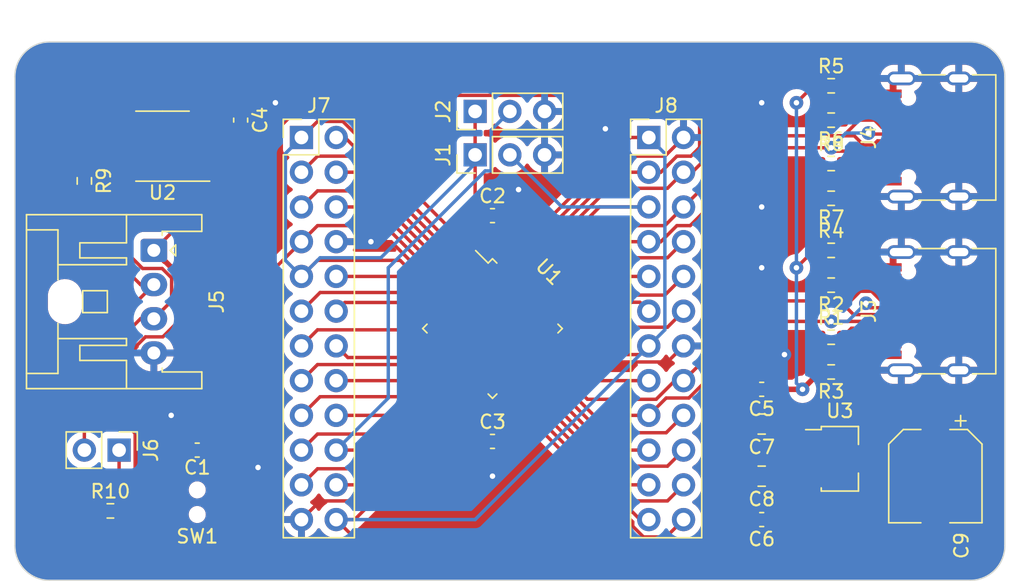
<source format=kicad_pcb>
(kicad_pcb (version 20221018) (generator pcbnew)
  (layers (0 "F.Cu" signal) (31 "B.Cu" signal) (34 "B.Paste" user) (35 "F.Paste" user) (36 "B.SilkS" user "B.Silkscreen") (37 "F.SilkS" user "F.Silkscreen") (38 "B.Mask" user) (39 "F.Mask" user) (44 "Edge.Cuts" user))
  (net 0 "")
  (net 1 "GND")
  (net 2 "+3.3V")
  (net 3 "+5V")
  (net 4 "/BOOT0")
  (net 5 "/PB2{slash}BOOT1")
  (net 6 "Net-(J3-CC1)")
  (net 7 "/USB1DP")
  (net 8 "/USB1DM")
  (net 10 "Net-(J3-CC2)")
  (net 12 "Net-(J4-CC1)")
  (net 13 "/USB2DP")
  (net 14 "/USB2DM")
  (net 16 "Net-(J4-CC2)")
  (net 18 "/CAN1H")
  (net 19 "Net-(J6-Pin_1)")
  (net 20 "/CAN1L")
  (net 21 "Net-(U2-Rs)")
  (net 22 "/OSC32IN")
  (net 23 "/OSC32OUT")
  (net 24 "/OSCIN")
  (net 25 "/OSCOUT")
  (net 26 "/SWDIO")
  (net 27 "/SWCLK")
  (net 28 "/CAN1RX")
  (net 29 "/CAN1TX")
  (net 31 "/NRST")
  (net 32 "/PC13")
  (net 33 "/PA0")
  (net 34 "/PA1")
  (net 35 "/PA2")
  (net 36 "/PA3")
  (net 37 "/PA4")
  (net 38 "/PA5")
  (net 39 "/PA6")
  (net 40 "/PA7")
  (net 41 "/PB0")
  (net 42 "/PB1")
  (net 43 "/PB10")
  (net 44 "/PB11")
  (net 45 "/PB12")
  (net 46 "/PB13")
  (net 47 "/PB14")
  (net 48 "/PB15")
  (net 49 "/PA8")
  (net 50 "/PA9")
  (net 51 "/PA10")
  (net 52 "/PA15")
  (net 53 "/PB3")
  (net 54 "/PB4")
  (net 55 "/PB5")
  (footprint "Connector_PinHeader_2.54mm:PinHeader_2x12_P2.54mm_Vertical" (layer "F.Cu") (at 128.905 88.265)
    (fp_text reference "J8")
    (fp_text value "Conn_01x24_Pin")
  )
  (footprint "Connector_JST:JST_XA_S04B-XASK-1_1x04_P2.50mm_Horizontal" (layer "F.Cu") (at 92.71 96.52 -90)
    (fp_text reference "J5")
    (fp_text value "Conn_01x04_Socket")
  )
  (footprint "Resistor_SMD:R_0603_1608Metric" (layer "F.Cu") (at 142.24 105.41 180)
    (fp_text reference "R3")
    (fp_text value "R")
  )
  (footprint "Capacitor_SMD:C_0603_1608Metric" (layer "F.Cu") (at 137.16 116.205 180)
    (fp_text reference "C6")
    (fp_text value "C")
  )
  (footprint "Capacitor_SMD:CP_Elec_6.3x7.7" (layer "F.Cu") (at 149.86 113.03 -90)
    (fp_text reference "C9")
    (fp_text value "C_Polarized")
  )
  (footprint "Package_TO_SOT_SMD:SOT-89-3" (layer "F.Cu") (at 142.875 111.76)
    (fp_text reference "U3")
    (fp_text value "MCP1703Ax-330xxMB")
  )
  (footprint "Resistor_SMD:R_0603_1608Metric" (layer "F.Cu") (at 142.24 84.485)
    (fp_text reference "R5")
    (fp_text value "R")
  )
  (footprint "Resistor_SMD:R_0603_1608Metric" (layer "F.Cu") (at 142.24 90.17)
    (fp_text reference "R8")
    (fp_text value "R")
  )
  (footprint "Capacitor_SMD:C_0603_1608Metric" (layer "F.Cu") (at 117.475 110.49)
    (fp_text reference "C3")
    (fp_text value "C")
  )
  (footprint "Capacitor_SMD:C_0603_1608Metric" (layer "F.Cu") (at 95.885 111.125)
    (fp_text reference "C1")
    (fp_text value "C")
  )
  (footprint "Capacitor_SMD:C_0603_1608Metric" (layer "F.Cu") (at 117.475 93.98)
    (fp_text reference "C2")
    (fp_text value "C")
  )
  (footprint "Capacitor_SMD:C_0603_1608Metric" (layer "F.Cu") (at 137.16 106.68 180)
    (fp_text reference "C5")
    (fp_text value "C")
  )
  (footprint "Connector_PinHeader_2.54mm:PinHeader_1x03_P2.54mm_Vertical" (layer "F.Cu") (at 116.205 89.535 90)
    (fp_text reference "J1")
    (fp_text value "Conn_01x03_Pin")
  )
  (footprint "Capacitor_SMD:C_0805_2012Metric" (layer "F.Cu") (at 137.16 113.03 180)
    (fp_text reference "C8")
    (fp_text value "C")
  )
  (footprint "Package_QFP:LQFP-48_7x7mm_P0.5mm" (layer "F.Cu") (at 117.475 102.235 -45)
    (fp_text reference "U1")
    (fp_text value "CH32V203C8Tx")
  )
  (footprint "Button_Switch_additional:TVAF06-A020B-R" (layer "F.Cu") (at 95.885 114.935 -90)
    (fp_text reference "SW1")
    (fp_text value "SW_Push")
  )
  (footprint "Package_SO:SOIC-8_3.9x4.9mm_P1.27mm" (layer "F.Cu") (at 93.345 88.9 180)
    (fp_text reference "U2")
    (fp_text value "MCP2551-I-SN")
  )
  (footprint "Resistor_SMD:R_0603_1608Metric" (layer "F.Cu") (at 87.63 91.44 -90)
    (fp_text reference "R9")
    (fp_text value "R")
  )
  (footprint "Resistor_SMD:R_0603_1608Metric" (layer "F.Cu") (at 142.24 96.52)
    (fp_text reference "R4")
    (fp_text value "R")
  )
  (footprint "Capacitor_SMD:C_0805_2012Metric" (layer "F.Cu") (at 137.16 109.22 180)
    (fp_text reference "C7")
    (fp_text value "C")
  )
  (footprint "Connector_PinHeader_2.54mm:PinHeader_1x02_P2.54mm_Vertical" (layer "F.Cu") (at 90.17 111.125 -90)
    (fp_text reference "J6")
    (fp_text value "Conn_01x02_Pin")
  )
  (footprint "Connector_USB:USB_C_Receptacle_G-Switch_GT-USB-7010ASV" (layer "F.Cu") (at 150.495 100.965 90)
    (fp_text reference "J3")
    (fp_text value "USB_C_Receptacle_USB2.0")
  )
  (footprint "Capacitor_SMD:C_0603_1608Metric" (layer "F.Cu") (at 99.06 86.995 -90)
    (fp_text reference "C4")
    (fp_text value "C")
  )
  (footprint "Connector_PinHeader_2.54mm:PinHeader_1x03_P2.54mm_Vertical" (layer "F.Cu") (at 116.205 86.36 90)
    (fp_text reference "J2")
    (fp_text value "Conn_01x03_Pin")
  )
  (footprint "Resistor_SMD:R_0603_1608Metric" (layer "F.Cu") (at 142.24 86.995 180)
    (fp_text reference "R6")
    (fp_text value "R")
  )
  (footprint "Connector_USB:USB_C_Receptacle_G-Switch_GT-USB-7010ASV" (layer "F.Cu") (at 150.495 88.265 90)
    (fp_text reference "J4")
    (fp_text value "USB_C_Receptacle_USB2.0")
  )
  (footprint "Connector_PinHeader_2.54mm:PinHeader_2x12_P2.54mm_Vertical" (layer "F.Cu") (at 103.505 88.265)
    (fp_text reference "J7")
    (fp_text value "Conn_01x24_Pin")
  )
  (footprint "Resistor_SMD:R_0603_1608Metric" (layer "F.Cu") (at 142.24 99.06 180)
    (fp_text reference "R2")
    (fp_text value "R")
  )
  (footprint "Resistor_SMD:R_0603_1608Metric" (layer "F.Cu") (at 89.535 115.57)
    (fp_text reference "R10")
    (fp_text value "120")
  )
  (footprint "Resistor_SMD:R_0603_1608Metric" (layer "F.Cu") (at 142.24 102.87)
    (fp_text reference "R1")
    (fp_text value "R")
  )
  (footprint "Resistor_SMD:R_0603_1608Metric" (layer "F.Cu") (at 142.24 92.71 180)
    (fp_text reference "R7")
    (fp_text value "R")
  )
  (gr_line (start 152.4 120.65) (end 85.09 120.65) (stroke (width 0.1)) (layer "Edge.Cuts"))
  (gr_arc (start 152.4 81.28) (mid 154.196051 82.023949) (end 154.94 83.82) (stroke (width 0.1)) (layer "Edge.Cuts"))
  (gr_line (start 82.55 83.82) (end 82.55 118.11) (stroke (width 0.1)) (layer "Edge.Cuts"))
  (gr_arc (start 82.55 83.82) (mid 83.293949 82.023949) (end 85.09 81.28) (stroke (width 0.1)) (layer "Edge.Cuts"))
  (gr_arc (start 154.94 118.11) (mid 154.196051 119.906051) (end 152.4 120.65) (stroke (width 0.1)) (layer "Edge.Cuts"))
  (gr_line (start 154.94 83.82) (end 154.94 118.11) (stroke (width 0.1)) (layer "Edge.Cuts"))
  (gr_line (start 85.09 81.28) (end 152.4 81.28) (stroke (width 0.1)) (layer "Edge.Cuts"))
  (gr_arc (start 85.09 120.65) (mid 83.293949 119.906051) (end 82.55 118.11) (stroke (width 0.1)) (layer "Edge.Cuts"))
  (segment (start 123.10198 104.68) (end 130.27 104.68) (width 0.25) (layer "F.Cu") (net 1))
  (segment (start 118.827342 97.700678) (end 126.89802 89.63) (width 0.25) (layer "F.Cu") (net 1))
  (segment (start 126.89802 89.63) (end 130.08 89.63) (width 0.25) (layer "F.Cu") (net 1))
  (segment (start 108.585 95.885) (end 106.045 95.885) (width 0.25) (layer "F.Cu") (net 1))
  (segment (start 130.27 104.68) (end 131.445 103.505) (width 0.25) (layer "F.Cu") (net 1))
  (segment (start 110.06434 95.885) (end 108.585 95.885) (width 0.25) (layer "F.Cu") (net 1))
  (segment (start 104.87 114.84) (end 103.505 116.205) (width 0.25) (layer "F.Cu") (net 1))
  (segment (start 130.08 89.63) (end 131.445 88.265) (width 0.25) (layer "F.Cu") (net 1))
  (segment (start 114.001338 99.821998) (end 110.06434 95.885) (width 0.25) (layer "F.Cu") (net 1))
  (segment (start 108.05198 114.84) (end 104.87 114.84) (width 0.25) (layer "F.Cu") (net 1))
  (segment (start 116.122658 106.769322) (end 108.05198 114.84) (width 0.25) (layer "F.Cu") (net 1))
  (segment (start 122.009322 103.587342) (end 123.10198 104.68) (width 0.25) (layer "F.Cu") (net 1))
  (via (at 108.585 95.885) (size 1) (drill 0.4) (layers "F.Cu" "B.Cu") (net 1))
  (via (at 93.98 108.585) (size 1) (drill 0.4) (layers "F.Cu" "B.Cu") (net 1))
  (via (at 125.73 87.63) (size 1) (drill 0.4) (layers "F.Cu" "B.Cu") (net 1))
  (via (at 101.6 85.725) (size 1) (drill 0.4) (layers "F.Cu" "B.Cu") (net 1))
  (via (at 117.475 113.03) (size 1) (drill 0.4) (layers "F.Cu" "B.Cu") (net 1))
  (via (at 138.825 104.14) (size 1) (drill 0.4) (layers "F.Cu" "B.Cu") (net 1))
  (via (at 137.16 97.79) (size 1) (drill 0.4) (layers "F.Cu" "B.Cu") (net 1))
  (via (at 119.38 92.075) (size 1) (drill 0.4) (layers "F.Cu" "B.Cu") (net 1))
  (via (at 137.16 85.725) (size 1) (drill 0.4) (layers "F.Cu" "B.Cu") (net 1))
  (via (at 100.33 112.395) (size 1) (drill 0.4) (layers "F.Cu" "B.Cu") (net 1))
  (via (at 137.16 93.345) (size 1) (drill 0.4) (layers "F.Cu" "B.Cu") (net 1))
  (segment (start 106.531701 87.09) (end 104.68 87.09) (width 0.25) (layer "F.Cu") (net 2))
  (segment (start 137.935 116.205) (end 137.935 113.205) (width 0.25) (layer "F.Cu") (net 2))
  (segment (start 123.269088 104.14) (end 128.27 104.14) (width 0.25) (layer "F.Cu") (net 2))
  (segment (start 106.045 116.205) (end 107.95 118.11) (width 0.25) (layer "F.Cu") (net 2))
  (segment (start 116.476212 97.034511) (end 106.531701 87.09) (width 0.25) (layer "F.Cu") (net 2))
  (segment (start 116.205 93.485) (end 116.7 93.98) (width 0.25) (layer "F.Cu") (net 2))
  (segment (start 122.362876 103.233788) (end 123.269088 104.14) (width 0.25) (layer "F.Cu") (net 2))
  (segment (start 104.68 87.09) (end 103.505 88.265) (width 0.25) (layer "F.Cu") (net 2))
  (segment (start 138.11 113.03) (end 140.695 113.03) (width 0.25) (layer "F.Cu") (net 2))
  (segment (start 118.473788 97.347124) (end 127.555912 88.265) (width 0.25) (layer "F.Cu") (net 2))
  (segment (start 116.7 97.123336) (end 116.476212 97.347124) (width 0.25) (layer "F.Cu") (net 2))
  (segment (start 107.394088 116.205) (end 106.045 116.205) (width 0.25) (layer "F.Cu") (net 2))
  (segment (start 110.722234 97.25) (end 104.68 97.25) (width 0.25) (layer "F.Cu") (net 2))
  (segment (start 113.647785 100.175551) (end 110.722234 97.25) (width 0.25) (layer "F.Cu") (net 2))
  (segment (start 135.89 118.11) (end 137.795 116.205) (width 0.25) (layer "F.Cu") (net 2))
  (segment (start 104.68 97.25) (end 103.505 98.425) (width 0.25) (layer "F.Cu") (net 2))
  (segment (start 116.7 93.98) (end 116.7 97.123336) (width 0.25) (layer "F.Cu") (net 2))
  (segment (start 116.205 86.36) (end 116.205 93.485) (width 0.25) (layer "F.Cu") (net 2))
  (segment (start 137.795 116.205) (end 137.935 116.205) (width 0.25) (layer "F.Cu") (net 2))
  (segment (start 116.7 107.346664) (end 116.476212 107.122876) (width 0.25) (layer "F.Cu") (net 2))
  (segment (start 128.27 104.14) (end 128.905 103.505) (width 0.25) (layer "F.Cu") (net 2))
  (segment (start 137.935 113.205) (end 138.11 113.03) (width 0.25) (layer "F.Cu") (net 2))
  (segment (start 116.476212 107.122876) (end 107.394088 116.205) (width 0.25) (layer "F.Cu") (net 2))
  (segment (start 116.476212 97.347124) (end 118.473788 97.347124) (width 0.25) (layer "F.Cu") (net 2))
  (segment (start 107.95 118.11) (end 135.89 118.11) (width 0.25) (layer "F.Cu") (net 2))
  (segment (start 116.476212 97.347124) (end 116.476212 97.034511) (width 0.25) (layer "F.Cu") (net 2))
  (segment (start 127.555912 88.265) (end 128.905 88.265) (width 0.25) (layer "F.Cu") (net 2))
  (segment (start 140.695 113.03) (end 140.925 113.26) (width 0.25) (layer "F.Cu") (net 2))
  (segment (start 116.7 110.49) (end 116.7 107.346664) (width 0.25) (layer "F.Cu") (net 2))
  (segment (start 130.08 102.33) (end 130.08 89.44) (width 0.25) (layer "B.Cu") (net 2))
  (segment (start 102.33 97.25) (end 102.33 89.44) (width 0.25) (layer "B.Cu") (net 2))
  (segment (start 102.33 89.44) (end 103.505 88.265) (width 0.25) (layer "B.Cu") (net 2))
  (segment (start 106.045 116.205) (end 116.205 116.205) (width 0.25) (layer "B.Cu") (net 2))
  (segment (start 103.505 98.425) (end 104.87 97.06) (width 0.25) (layer "B.Cu") (net 2))
  (segment (start 116.205 116.205) (end 128.905 103.505) (width 0.25) (layer "B.Cu") (net 2))
  (segment (start 128.905 103.505) (end 130.08 102.33) (width 0.25) (layer "B.Cu") (net 2))
  (segment (start 116.205 90.17) (end 116.205 89.535) (width 0.25) (layer "B.Cu") (net 2))
  (segment (start 130.08 89.44) (end 128.905 88.265) (width 0.25) (layer "B.Cu") (net 2))
  (segment (start 104.87 97.06) (end 109.315 97.06) (width 0.25) (layer "B.Cu") (net 2))
  (segment (start 109.315 97.06) (end 116.205 90.17) (width 0.25) (layer "B.Cu") (net 2))
  (segment (start 103.505 98.425) (end 102.33 97.25) (width 0.25) (layer "B.Cu") (net 2))
  (segment (start 138.11 109.22) (end 138.11 106.855) (width 0.4) (layer "F.Cu") (net 3))
  (segment (start 143.79 97.435) (end 144.92 98.565) (width 0.25) (layer "F.Cu") (net 3))
  (segment (start 141.415 96.52) (end 140.97 96.52) (width 0.25) (layer "F.Cu") (net 3))
  (segment (start 138.43 118.745) (end 143.51 113.665) (width 0.4) (layer "F.Cu") (net 3))
  (segment (start 91.42 114.915) (end 95.25 118.745) (width 0.4) (layer "F.Cu") (net 3))
  (segment (start 142.215 95.695) (end 142.24 95.72) (width 0.25) (layer "F.Cu") (net 3))
  (segment (start 92.098299 102.845) (end 91.41 103.533299) (width 0.25) (layer "F.Cu") (net 3))
  (segment (start 94.52 88.590001) (end 94.845001 88.265) (width 0.25) (layer "F.Cu") (net 3))
  (segment (start 91.41 103.533299) (end 90.805 104.138299) (width 0.4) (layer "F.Cu") (net 3))
  (segment (start 93.37 102.845) (end 92.098299 102.845) (width 0.25) (layer "F.Cu") (net 3))
  (segment (start 148.43 111.76) (end 149.86 110.33) (width 0.4) (layer "F.Cu") (net 3))
  (segment (start 140.65 111.76) (end 138.11 109.22) (width 0.4) (layer "F.Cu") (net 3))
  (segment (start 143.79 84.735) (end 144.92 85.865) (width 0.25) (layer "F.Cu") (net 3))
  (segment (start 90.805 109.26) (end 91.42 109.875) (width 0.4) (layer "F.Cu") (net 3))
  (segment (start 140.94 84.485) (end 139.7 85.725) (width 0.25) (layer "F.Cu") (net 3))
  (segment (start 144.92 85.865) (end 146.77 85.865) (width 0.25) (layer "F.Cu") (net 3))
  (segment (start 95.25 118.745) (end 138.43 118.745) (width 0.4) (layer "F.Cu") (net 3))
  (segment (start 142.215 95.72) (end 142.24 95.72) (width 0.25) (layer "F.Cu") (net 3))
  (segment (start 141.415 96.52) (end 142.215 95.72) (width 0.25) (layer "F.Cu") (net 3))
  (segment (start 141.415 84.485) (end 142.215 83.685) (width 0.25) (layer "F.Cu") (net 3))
  (segment (start 141.415 84.485) (end 140.94 84.485) (width 0.25) (layer "F.Cu") (net 3))
  (segment (start 144.145 91.44) (end 144.92 90.665) (width 0.25) (layer "F.Cu") (net 3))
  (segment (start 140.145 106.68) (end 141.415 105.41) (width 0.4) (layer "F.Cu") (net 3))
  (segment (start 93.51 97.32) (end 93.539163 97.32) (width 0.4) (layer "F.Cu") (net 3))
  (segment (start 143.488004 83.685) (end 143.79 83.986996) (width 0.25) (layer "F.Cu") (net 3))
  (segment (start 91.42 109.875) (end 91.42 114.915) (width 0.4) (layer "F.Cu") (net 3))
  (segment (start 142.215 93.51) (end 143.98 93.51) (width 0.25) (layer "F.Cu") (net 3))
  (segment (start 138.11 106.855) (end 137.935 106.68) (width 0.4) (layer "F.Cu") (net 3))
  (segment (start 143.51 111.76) (end 141.0125 111.76) (width 0.4) (layer "F.Cu") (net 3))
  (segment (start 137.935 106.68) (end 140.145 106.68) (width 0.4) (layer "F.Cu") (net 3))
  (segment (start 144.145 104.14) (end 144.92 103.365) (width 0.4) (layer "F.Cu") (net 3))
  (segment (start 142.215 93.51) (end 142.215 95.695) (width 0.25) (layer "F.Cu") (net 3))
  (segment (start 94.615 98.395837) (end 94.615 101.6) (width 0.4) (layer "F.Cu") (net 3))
  (segment (start 141.415 92.71) (end 142.215 93.51) (width 0.25) (layer "F.Cu") (net 3))
  (segment (start 95.82 88.265) (end 97.015 88.265) (width 0.25) (layer "F.Cu") (net 3))
  (segment (start 95.82 88.265) (end 94.845001 88.265) (width 0.25) (layer "F.Cu") (net 3))
  (segment (start 94.46 101.755) (end 93.37 102.845) (width 0.25) (layer "F.Cu") (net 3))
  (segment (start 140.97 96.52) (end 139.7 97.79) (width 0.25) (layer "F.Cu") (net 3))
  (segment (start 142.685 106.68) (end 143.51 106.68) (width 0.4) (layer "F.Cu") (net 3))
  (segment (start 94.52 94.71) (end 94.52 88.590001) (width 0.25) (layer "F.Cu") (net 3))
  (segment (start 143.79 96.021996) (end 143.79 97.435) (width 0.25) (layer "F.Cu") (net 3))
  (segment (start 90.805 104.138299) (end 90.805 109.26) (width 0.4) (layer "F.Cu") (net 3))
  (segment (start 142.215 83.685) (end 143.488004 83.685) (width 0.25) (layer "F.Cu") (net 3))
  (segment (start 143.51 106.68) (end 144.145 106.045) (width 0.4) (layer "F.Cu") (net 3))
  (segment (start 94.615 101.6) (end 94.46 101.755) (width 0.4) (layer "F.Cu") (net 3))
  (segment (start 92.71 96.52) (end 94.52 94.71) (width 0.25) (layer "F.Cu") (net 3))
  (segment (start 144.145 93.345) (end 144.145 91.44) (width 0.25) (layer "F.Cu") (net 3))
  (segment (start 144.92 103.365) (end 146.77 103.365) (width 0.4) (layer "F.Cu") (net 3))
  (segment (start 141.0125 111.76) (end 148.43 111.76) (width 0.4) (layer "F.Cu") (net 3))
  (segment (start 97.015 88.265) (end 99.06 86.22) (width 0.25) (layer "F.Cu") (net 3))
  (segment (start 143.98 93.51) (end 144.145 93.345) (width 0.25) (layer "F.Cu") (net 3))
  (segment (start 144.92 98.565) (end 146.77 98.565) (width 0.25) (layer "F.Cu") (net 3))
  (segment (start 144.92 90.665) (end 146.77 90.665) (width 0.25) (layer "F.Cu") (net 3))
  (segment (start 92.71 96.52) (end 93.51 97.32) (width 0.4) (layer "F.Cu") (net 3))
  (segment (start 143.488004 95.72) (end 143.79 96.021996) (width 0.25) (layer "F.Cu") (net 3))
  (segment (start 142.24 95.72) (end 143.488004 95.72) (width 0.25) (layer "F.Cu") (net 3))
  (segment (start 93.539163 97.32) (end 94.615 98.395837) (width 0.4) (layer "F.Cu") (net 3))
  (segment (start 141.415 105.41) (end 142.685 106.68) (width 0.4) (layer "F.Cu") (net 3))
  (segment (start 143.51 113.665) (end 143.51 111.76) (width 0.4) (layer "F.Cu") (net 3))
  (segment (start 144.145 106.045) (end 144.145 104.14) (width 0.4) (layer "F.Cu") (net 3))
  (segment (start 141.0125 111.76) (end 140.65 111.76) (width 0.4) (layer "F.Cu") (net 3))
  (segment (start 143.79 83.986996) (end 143.79 84.735) (width 0.25) (layer "F.Cu") (net 3))
  (via (at 139.7 85.725) (size 1) (drill 0.4) (layers "F.Cu" "B.Cu") (net 3))
  (via (at 140.145 106.68) (size 1) (drill 0.4) (layers "F.Cu" "B.Cu") (net 3))
  (via (at 139.7 97.79) (size 1) (drill 0.4) (layers "F.Cu" "B.Cu") (net 3))
  (segment (start 139.7 97.79) (end 139.7 106.235) (width 0.25) (layer "B.Cu") (net 3))
  (segment (start 139.7 106.235) (end 140.145 106.68) (width 0.25) (layer "B.Cu") (net 3))
  (segment (start 139.7 85.725) (end 139.7 97.79) (width 0.25) (layer "B.Cu") (net 3))
  (segment (start 125.30434 93.345) (end 128.905 93.345) (width 0.25) (layer "F.Cu") (net 4))
  (segment (start 119.888002 98.761338) (end 125.30434 93.345) (width 0.25) (layer "F.Cu") (net 4))
  (segment (start 118.745 89.535) (end 122.555 93.345) (width 0.25) (layer "B.Cu") (net 4))
  (segment (start 122.555 93.345) (end 128.905 93.345) (width 0.25) (layer "B.Cu") (net 4))
  (segment (start 109.64566 111.125) (end 106.045 111.125) (width 0.25) (layer "F.Cu") (net 5))
  (segment (start 115.061998 105.708662) (end 109.64566 111.125) (width 0.25) (layer "F.Cu") (net 5))
  (segment (start 117.38 87.725) (end 117.38 90.71) (width 0.25) (layer "B.Cu") (net 5))
  (segment (start 118.745 86.36) (end 117.38 87.725) (width 0.25) (layer "B.Cu") (net 5))
  (segment (start 109.855 107.315) (end 106.045 111.125) (width 0.25) (layer "B.Cu") (net 5))
  (segment (start 109.855 97.79) (end 109.855 107.315) (width 0.25) (layer "B.Cu") (net 5))
  (segment (start 117.38 90.71) (end 116.935 90.71) (width 0.25) (layer "B.Cu") (net 5))
  (segment (start 116.935 90.71) (end 109.855 97.79) (width 0.25) (layer "B.Cu") (net 5))
  (segment (start 143.72 102.215) (end 146.77 102.215) (width 0.25) (layer "F.Cu") (net 6))
  (segment (start 143.065 102.87) (end 143.065 105.41) (width 0.25) (layer "F.Cu") (net 6))
  (segment (start 143.065 102.87) (end 143.72 102.215) (width 0.25) (layer "F.Cu") (net 6))
  (segment (start 145.9 100.215) (end 146.77 100.215) (width 0.25) (layer "F.Cu") (net 7))
  (segment (start 131.445 106.045) (end 137.275 100.215) (width 0.25) (layer "F.Cu") (net 7))
  (segment (start 143.875 101.215) (end 142.875 100.215) (width 0.25) (layer "F.Cu") (net 7))
  (segment (start 130.808604 106.045) (end 131.445 106.045) (width 0.25) (layer "F.Cu") (net 7))
  (segment (start 146.77 101.215) (end 143.875 101.215) (width 0.25) (layer "F.Cu") (net 7))
  (segment (start 143.657563 100.215) (end 144.362563 99.51) (width 0.25) (layer "F.Cu") (net 7))
  (segment (start 137.275 100.215) (end 142.875 100.215) (width 0.25) (layer "F.Cu") (net 7))
  (segment (start 144.362563 99.51) (end 145.195 99.51) (width 0.25) (layer "F.Cu") (net 7))
  (segment (start 142.875 100.215) (end 143.657563 100.215) (width 0.25) (layer "F.Cu") (net 7))
  (segment (start 145.195 99.51) (end 145.9 100.215) (width 0.25) (layer "F.Cu") (net 7))
  (segment (start 129.443604 107.41) (end 130.808604 106.045) (width 0.25) (layer "F.Cu") (net 7))
  (segment (start 124.417766 107.41) (end 129.443604 107.41) (width 0.25) (layer "F.Cu") (net 7))
  (segment (start 121.302215 104.294449) (end 124.417766 107.41) (width 0.25) (layer "F.Cu") (net 7))
  (segment (start 146.77 100.715) (end 145.11 100.715) (width 0.25) (layer "F.Cu") (net 8))
  (segment (start 124.88566 108.585) (end 128.905 108.585) (width 0.25) (layer "F.Cu") (net 8))
  (segment (start 131.836701 107.315) (end 130.175 107.315) (width 0.25) (layer "F.Cu") (net 8))
  (segment (start 120.948662 104.648002) (end 124.88566 108.585) (width 0.25) (layer "F.Cu") (net 8))
  (segment (start 145.11 100.715) (end 144.78 100.385) (width 0.25) (layer "F.Cu") (net 8))
  (segment (start 142.24 101.715) (end 137.436701 101.715) (width 0.25) (layer "F.Cu") (net 8))
  (segment (start 146.77 101.715) (end 142.24 101.715) (width 0.25) (layer "F.Cu") (net 8))
  (segment (start 137.436701 101.715) (end 131.836701 107.315) (width 0.25) (layer "F.Cu") (net 8))
  (segment (start 130.175 107.315) (end 128.905 108.585) (width 0.25) (layer "F.Cu") (net 8))
  (via (at 142.24 101.715) (size 1) (drill 0.4) (layers "F.Cu" "B.Cu") (net 8))
  (via (at 144.78 100.385) (size 1) (drill 0.4) (layers "F.Cu" "B.Cu") (net 8))
  (segment (start 143.45 101.715) (end 144.78 100.385) (width 0.25) (layer "B.Cu") (net 8))
  (segment (start 142.24 101.715) (end 143.45 101.715) (width 0.25) (layer "B.Cu") (net 8))
  (segment (start 145.85 99.215) (end 146.77 99.215) (width 0.25) (layer "F.Cu") (net 10))
  (segment (start 145.695 99.06) (end 145.85 99.215) (width 0.25) (layer "F.Cu") (net 10))
  (segment (start 143.065 99.06) (end 145.695 99.06) (width 0.25) (layer "F.Cu") (net 10))
  (segment (start 143.065 99.06) (end 143.065 96.52) (width 0.25) (layer "F.Cu") (net 10))
  (segment (start 143.065 90.17) (end 145.243072 90.17) (width 0.25) (layer "F.Cu") (net 12))
  (segment (start 145.898072 89.515) (end 146.77 89.515) (width 0.25) (layer "F.Cu") (net 12))
  (segment (start 145.243072 90.17) (end 145.898072 89.515) (width 0.25) (layer "F.Cu") (net 12))
  (segment (start 143.065 90.17) (end 143.065 92.71) (width 0.25) (layer "F.Cu") (net 12))
  (segment (start 136.65 88.14) (end 142.875 88.14) (width 0.25) (layer "F.Cu") (net 13))
  (segment (start 131.445 93.345) (end 136.65 88.14) (width 0.25) (layer "F.Cu") (net 13))
  (segment (start 144.288004 86.995) (end 143.143004 88.14) (width 0.25) (layer "F.Cu") (net 13))
  (segment (start 143.143004 88.14) (end 142.875 88.14) (width 0.25) (layer "F.Cu") (net 13))
  (segment (start 145.935 87.515) (end 145.415 86.995) (width 0.25) (layer "F.Cu") (net 13))
  (segment (start 145.415 86.995) (end 144.288004 86.995) (width 0.25) (layer "F.Cu") (net 13))
  (segment (start 124.646446 94.71) (end 130.08 94.71) (width 0.25) (layer "F.Cu") (net 13))
  (segment (start 130.08 94.71) (end 131.445 93.345) (width 0.25) (layer "F.Cu") (net 13))
  (segment (start 144.601055 88.814351) (end 145.325929 88.814351) (width 0.25) (layer "F.Cu") (net 13))
  (segment (start 143.926704 88.14) (end 144.601055 88.814351) (width 0.25) (layer "F.Cu") (net 13))
  (segment (start 146.77 87.515) (end 145.935 87.515) (width 0.25) (layer "F.Cu") (net 13))
  (segment (start 120.241555 99.114891) (end 124.646446 94.71) (width 0.25) (layer "F.Cu") (net 13))
  (segment (start 142.875 88.14) (end 143.926704 88.14) (width 0.25) (layer "F.Cu") (net 13))
  (segment (start 145.62528 88.515) (end 146.77 88.515) (width 0.25) (layer "F.Cu") (net 13))
  (segment (start 145.325929 88.814351) (end 145.62528 88.515) (width 0.25) (layer "F.Cu") (net 13))
  (segment (start 120.595109 99.468445) (end 124.178554 95.885) (width 0.25) (layer "F.Cu") (net 14))
  (segment (start 129.783299 95.885) (end 128.905 95.885) (width 0.25) (layer "F.Cu") (net 14))
  (segment (start 142.24 89.015) (end 137.626701 89.015) (width 0.25) (layer "F.Cu") (net 14))
  (segment (start 131.931701 94.71) (end 130.958299 94.71) (width 0.25) (layer "F.Cu") (net 14))
  (segment (start 146.77 89.015) (end 145.761676 89.015) (width 0.25) (layer "F.Cu") (net 14))
  (segment (start 124.178554 95.885) (end 128.905 95.885) (width 0.25) (layer "F.Cu") (net 14))
  (segment (start 130.958299 94.71) (end 129.783299 95.885) (width 0.25) (layer "F.Cu") (net 14))
  (segment (start 146.77 88.015) (end 145.039141 88.015) (width 0.25) (layer "F.Cu") (net 14))
  (segment (start 142.489351 89.264351) (end 142.24 89.015) (width 0.25) (layer "F.Cu") (net 14))
  (segment (start 145.039141 88.015) (end 144.963492 87.939351) (width 0.25) (layer "F.Cu") (net 14))
  (segment (start 145.761676 89.015) (end 145.512325 89.264351) (width 0.25) (layer "F.Cu") (net 14))
  (segment (start 137.626701 89.015) (end 131.931701 94.71) (width 0.25) (layer "F.Cu") (net 14))
  (segment (start 145.512325 89.264351) (end 142.489351 89.264351) (width 0.25) (layer "F.Cu") (net 14))
  (via (at 144.963492 87.939351) (size 1) (drill 0.4) (layers "F.Cu" "B.Cu") (net 14))
  (via (at 142.24 89.015) (size 1) (drill 0.4) (layers "F.Cu" "B.Cu") (net 14))
  (segment (start 142.24 89.015) (end 143.315649 87.939351) (width 0.25) (layer "B.Cu") (net 14))
  (segment (start 143.315649 87.939351) (end 144.963492 87.939351) (width 0.25) (layer "B.Cu") (net 14))
  (segment (start 143.065 86.995) (end 143.545 86.515) (width 0.25) (layer "F.Cu") (net 16))
  (segment (start 143.065 84.485) (end 143.065 86.995) (width 0.25) (layer "F.Cu") (net 16))
  (segment (start 143.545 86.515) (end 146.77 86.515) (width 0.25) (layer "F.Cu") (net 16))
  (segment (start 90.17 97.455) (end 90.17 93.534092) (width 0.25) (layer "F.Cu") (net 18))
  (segment (start 92.26 89.950001) (end 91.844999 89.535) (width 0.25) (layer "F.Cu") (net 18))
  (segment (start 90.17 93.534092) (end 92.26 91.444092) (width 0.25) (layer "F.Cu") (net 18))
  (segment (start 85.185 112.045) (end 88.71 115.57) (width 0.25) (layer "F.Cu") (net 18))
  (segment (start 91.735 99.02) (end 90.17 97.455) (width 0.25) (layer "F.Cu") (net 18))
  (segment (start 85.185 106.545) (end 85.185 112.045) (width 0.25) (layer "F.Cu") (net 18))
  (segment (start 92.26 91.444092) (end 92.26 89.950001) (width 0.25) (layer "F.Cu") (net 18))
  (segment (start 91.844999 89.535) (end 90.87 89.535) (width 0.25) (layer "F.Cu") (net 18))
  (segment (start 92.71 99.02) (end 85.185 106.545) (width 0.25) (layer "F.Cu") (net 18))
  (segment (start 92.71 99.02) (end 91.735 99.02) (width 0.25) (layer "F.Cu") (net 18))
  (segment (start 90.36 115.57) (end 90.17 115.38) (width 0.25) (layer "F.Cu") (net 19))
  (segment (start 90.17 115.38) (end 90.17 111.125) (width 0.25) (layer "F.Cu") (net 19))
  (segment (start 92.71 89.130001) (end 91.844999 88.265) (width 0.25) (layer "F.Cu") (net 20))
  (segment (start 90.805 93.6625) (end 92.71 91.7575) (width 0.25) (layer "F.Cu") (net 20))
  (segment (start 90.805 96.7601) (end 90.805 93.6625) (width 0.25) (layer "F.Cu") (net 20))
  (segment (start 92.71 101.52) (end 94.01 100.22) (width 0.25) (layer "F.Cu") (net 20))
  (segment (start 93.321701 97.845) (end 91.8899 97.845) (width 0.25) (layer "F.Cu") (net 20))
  (segment (start 91.735 101.52) (end 92.71 101.52) (width 0.25) (layer "F.Cu") (net 20))
  (segment (start 87.63 105.625) (end 91.735 101.52) (width 0.25) (layer "F.Cu") (net 20))
  (segment (start 91.844999 88.265) (end 90.87 88.265) (width 0.25) (layer "F.Cu") (net 20))
  (segment (start 92.71 91.7575) (end 92.71 89.130001) (width 0.25) (layer "F.Cu") (net 20))
  (segment (start 94.01 98.533299) (end 93.321701 97.845) (width 0.25) (layer "F.Cu") (net 20))
  (segment (start 87.63 111.125) (end 87.63 105.625) (width 0.25) (layer "F.Cu") (net 20))
  (segment (start 94.01 100.22) (end 94.01 98.533299) (width 0.25) (layer "F.Cu") (net 20))
  (segment (start 91.8899 97.845) (end 90.805 96.7601) (width 0.25) (layer "F.Cu") (net 20))
  (segment (start 87.82 90.805) (end 87.63 90.615) (width 0.25) (layer "F.Cu") (net 21))
  (segment (start 90.87 90.805) (end 87.82 90.805) (width 0.25) (layer "F.Cu") (net 21))
  (segment (start 115.769105 98.054231) (end 107.344874 89.63) (width 0.25) (layer "F.Cu") (net 22))
  (segment (start 104.68 89.63) (end 103.505 90.805) (width 0.25) (layer "F.Cu") (net 22))
  (segment (start 107.344874 89.63) (end 104.68 89.63) (width 0.25) (layer "F.Cu") (net 22))
  (segment (start 115.415551 98.407785) (end 107.812766 90.805) (width 0.25) (layer "F.Cu") (net 23))
  (segment (start 107.812766 90.805) (end 106.045 90.805) (width 0.25) (layer "F.Cu") (net 23))
  (segment (start 104.68 92.17) (end 103.505 93.345) (width 0.25) (layer "F.Cu") (net 24))
  (segment (start 115.061998 98.761338) (end 108.47066 92.17) (width 0.25) (layer "F.Cu") (net 24))
  (segment (start 108.47066 92.17) (end 104.68 92.17) (width 0.25) (layer "F.Cu") (net 24))
  (segment (start 108.938554 93.345) (end 106.045 93.345) (width 0.25) (layer "F.Cu") (net 25))
  (segment (start 114.708445 99.114891) (end 108.938554 93.345) (width 0.25) (layer "F.Cu") (net 25))
  (segment (start 123.759874 106.045) (end 128.905 106.045) (width 0.25) (layer "F.Cu") (net 26))
  (segment (start 121.655769 103.940895) (end 123.759874 106.045) (width 0.25) (layer "F.Cu") (net 26))
  (segment (start 122.362876 101.236212) (end 123.266664 102.14) (width 0.25) (layer "F.Cu") (net 27))
  (segment (start 123.266664 102.14) (end 130.27 102.14) (width 0.25) (layer "F.Cu") (net 27))
  (segment (start 130.27 102.14) (end 131.445 100.965) (width 0.25) (layer "F.Cu") (net 27))
  (segment (start 133.35 89.535) (end 132.08 90.805) (width 0.25) (layer "F.Cu") (net 28))
  (segment (start 132.08 90.805) (end 131.445 90.805) (width 0.25) (layer "F.Cu") (net 28))
  (segment (start 130.27 91.98) (end 131.445 90.805) (width 0.25) (layer "F.Cu") (net 28))
  (segment (start 95.82 86.995) (end 98.36 84.455) (width 0.25) (layer "F.Cu") (net 28))
  (segment (start 119.534449 98.407785) (end 125.962234 91.98) (width 0.25) (layer "F.Cu") (net 28))
  (segment (start 133.35 85.725) (end 133.35 89.535) (width 0.25) (layer "F.Cu") (net 28))
  (segment (start 125.962234 91.98) (end 130.27 91.98) (width 0.25) (layer "F.Cu") (net 28))
  (segment (start 132.08 84.455) (end 133.35 85.725) (width 0.25) (layer "F.Cu") (net 28))
  (segment (start 98.36 84.455) (end 132.08 84.455) (width 0.25) (layer "F.Cu") (net 28))
  (segment (start 95.82 90.805) (end 98.615 90.805) (width 0.25) (layer "F.Cu") (net 29))
  (segment (start 98.615 90.805) (end 104.235 85.185) (width 0.25) (layer "F.Cu") (net 29))
  (segment (start 129.783299 90.805) (end 128.905 90.805) (width 0.25) (layer "F.Cu") (net 29))
  (segment (start 130.958299 89.63) (end 129.783299 90.805) (width 0.25) (layer "F.Cu") (net 29))
  (segment (start 131.983604 89.63) (end 130.958299 89.63) (width 0.25) (layer "F.Cu") (net 29))
  (segment (start 132.62 88.993604) (end 131.983604 89.63) (width 0.25) (layer "F.Cu") (net 29))
  (segment (start 119.180895 98.054231) (end 126.430126 90.805) (width 0.25) (layer "F.Cu") (net 29))
  (segment (start 132.62 86.265) (end 132.62 88.993604) (width 0.25) (layer "F.Cu") (net 29))
  (segment (start 126.430126 90.805) (end 128.905 90.805) (width 0.25) (layer "F.Cu") (net 29))
  (segment (start 104.235 85.185) (end 131.54 85.185) (width 0.25) (layer "F.Cu") (net 29))
  (segment (start 131.54 85.185) (end 132.62 86.265) (width 0.25) (layer "F.Cu") (net 29))
  (segment (start 104.68 94.71) (end 103.505 95.885) (width 0.25) (layer "F.Cu") (net 31))
  (segment (start 114.354891 99.468445) (end 109.596446 94.71) (width 0.25) (layer "F.Cu") (net 31))
  (segment (start 96.66 102.73) (end 96.66 111.125) (width 0.25) (layer "F.Cu") (net 31))
  (segment (start 103.505 95.885) (end 96.66 102.73) (width 0.25) (layer "F.Cu") (net 31))
  (segment (start 109.596446 94.71) (end 104.68 94.71) (width 0.25) (layer "F.Cu") (net 31))
  (segment (start 98.11 112.575) (end 96.66 111.125) (width 0.25) (layer "F.Cu") (net 31))
  (segment (start 98.11 114.935) (end 98.11 112.575) (width 0.25) (layer "F.Cu") (net 31))
  (segment (start 106.68698 88.265) (end 106.045 88.265) (width 0.25) (layer "F.Cu") (net 32))
  (segment (start 116.122658 97.700678) (end 106.68698 88.265) (width 0.25) (layer "F.Cu") (net 32))
  (segment (start 113.294231 100.529105) (end 111.190126 98.425) (width 0.25) (layer "F.Cu") (net 33))
  (segment (start 111.190126 98.425) (end 106.045 98.425) (width 0.25) (layer "F.Cu") (net 33))
  (segment (start 112.940678 100.882658) (end 111.65802 99.6) (width 0.25) (layer "F.Cu") (net 34))
  (segment (start 111.65802 99.6) (end 104.87 99.6) (width 0.25) (layer "F.Cu") (net 34))
  (segment (start 104.87 99.6) (end 103.505 100.965) (width 0.25) (layer "F.Cu") (net 34))
  (segment (start 111.680912 100.33) (end 112.587124 101.236212) (width 0.25) (layer "F.Cu") (net 35))
  (segment (start 106.68 100.33) (end 111.680912 100.33) (width 0.25) (layer "F.Cu") (net 35))
  (segment (start 106.045 100.965) (end 106.68 100.33) (width 0.25) (layer "F.Cu") (net 35))
  (segment (start 111.683336 102.33) (end 104.68 102.33) (width 0.25) (layer "F.Cu") (net 36))
  (segment (start 104.68 102.33) (end 103.505 103.505) (width 0.25) (layer "F.Cu") (net 36))
  (segment (start 112.587124 103.233788) (end 111.683336 102.33) (width 0.25) (layer "F.Cu") (net 36))
  (segment (start 112.17302 104.355) (end 106.895 104.355) (width 0.25) (layer "F.Cu") (net 37))
  (segment (start 112.940678 103.587342) (end 112.17302 104.355) (width 0.25) (layer "F.Cu") (net 37))
  (segment (start 106.895 104.355) (end 106.045 103.505) (width 0.25) (layer "F.Cu") (net 37))
  (segment (start 104.68 104.87) (end 103.505 106.045) (width 0.25) (layer "F.Cu") (net 38))
  (segment (start 113.294231 103.940895) (end 112.365126 104.87) (width 0.25) (layer "F.Cu") (net 38))
  (segment (start 112.365126 104.87) (end 104.68 104.87) (width 0.25) (layer "F.Cu") (net 38))
  (segment (start 111.897234 106.045) (end 106.045 106.045) (width 0.25) (layer "F.Cu") (net 39))
  (segment (start 113.647785 104.294449) (end 111.897234 106.045) (width 0.25) (layer "F.Cu") (net 39))
  (segment (start 114.001338 104.648002) (end 111.42934 107.22) (width 0.25) (layer "F.Cu") (net 40))
  (segment (start 104.87 107.22) (end 103.505 108.585) (width 0.25) (layer "F.Cu") (net 40))
  (segment (start 111.42934 107.22) (end 104.87 107.22) (width 0.25) (layer "F.Cu") (net 40))
  (segment (start 110.771446 108.585) (end 106.045 108.585) (width 0.25) (layer "F.Cu") (net 41))
  (segment (start 114.354891 105.001555) (end 110.771446 108.585) (width 0.25) (layer "F.Cu") (net 41))
  (segment (start 104.68 109.95) (end 103.505 111.125) (width 0.25) (layer "F.Cu") (net 42))
  (segment (start 114.708445 105.355109) (end 110.113554 109.95) (width 0.25) (layer "F.Cu") (net 42))
  (segment (start 110.113554 109.95) (end 104.68 109.95) (width 0.25) (layer "F.Cu") (net 42))
  (segment (start 115.415551 106.062215) (end 108.987766 112.49) (width 0.25) (layer "F.Cu") (net 43))
  (segment (start 108.987766 112.49) (end 104.68 112.49) (width 0.25) (layer "F.Cu") (net 43))
  (segment (start 104.68 112.49) (end 103.505 113.665) (width 0.25) (layer "F.Cu") (net 43))
  (segment (start 115.769105 106.415769) (end 108.519874 113.665) (width 0.25) (layer "F.Cu") (net 44))
  (segment (start 108.519874 113.665) (end 106.045 113.665) (width 0.25) (layer "F.Cu") (net 44))
  (segment (start 118.473788 107.122876) (end 127.73 116.379088) (width 0.25) (layer "F.Cu") (net 45))
  (segment (start 128.513299 117.475) (end 130.175 117.475) (width 0.25) (layer "F.Cu") (net 45))
  (segment (start 130.175 117.475) (end 131.445 116.205) (width 0.25) (layer "F.Cu") (net 45))
  (segment (start 127.73 116.691701) (end 128.513299 117.475) (width 0.25) (layer "F.Cu") (net 45))
  (segment (start 127.73 116.379088) (end 127.73 116.691701) (width 0.25) (layer "F.Cu") (net 45))
  (segment (start 118.827342 106.769322) (end 128.26302 116.205) (width 0.25) (layer "F.Cu") (net 46))
  (segment (start 128.26302 116.205) (end 128.905 116.205) (width 0.25) (layer "F.Cu") (net 46))
  (segment (start 127.605126 114.84) (end 130.27 114.84) (width 0.25) (layer "F.Cu") (net 47))
  (segment (start 119.180895 106.415769) (end 127.605126 114.84) (width 0.25) (layer "F.Cu") (net 47))
  (segment (start 130.27 114.84) (end 131.445 113.665) (width 0.25) (layer "F.Cu") (net 47))
  (segment (start 127.137234 113.665) (end 128.905 113.665) (width 0.25) (layer "F.Cu") (net 48))
  (segment (start 119.534449 106.062215) (end 127.137234 113.665) (width 0.25) (layer "F.Cu") (net 48))
  (segment (start 130.27 112.3) (end 131.445 111.125) (width 0.25) (layer "F.Cu") (net 49))
  (segment (start 119.888002 105.708662) (end 126.47934 112.3) (width 0.25) (layer "F.Cu") (net 49))
  (segment (start 126.47934 112.3) (end 130.27 112.3) (width 0.25) (layer "F.Cu") (net 49))
  (segment (start 126.011446 111.125) (end 128.905 111.125) (width 0.25) (layer "F.Cu") (net 50))
  (segment (start 120.241555 105.355109) (end 126.011446 111.125) (width 0.25) (layer "F.Cu") (net 50))
  (segment (start 130.175 109.855) (end 131.445 108.585) (width 0.25) (layer "F.Cu") (net 51))
  (segment (start 120.595109 105.001555) (end 125.448554 109.855) (width 0.25) (layer "F.Cu") (net 51))
  (segment (start 125.448554 109.855) (end 130.175 109.855) (width 0.25) (layer "F.Cu") (net 51))
  (segment (start 128.253251 100.313251) (end 128.905 100.965) (width 0.25) (layer "F.Cu") (net 52))
  (segment (start 122.578729 100.313251) (end 128.253251 100.313251) (width 0.25) (layer "F.Cu") (net 52))
  (segment (start 122.009322 100.882658) (end 122.578729 100.313251) (width 0.25) (layer "F.Cu") (net 52))
  (segment (start 122.394874 99.79) (end 130.08 99.79) (width 0.25) (layer "F.Cu") (net 53))
  (segment (start 130.08 99.79) (end 131.445 98.425) (width 0.25) (layer "F.Cu") (net 53))
  (segment (start 121.655769 100.529105) (end 122.394874 99.79) (width 0.25) (layer "F.Cu") (net 53))
  (segment (start 121.302215 100.175551) (end 123.052766 98.425) (width 0.25) (layer "F.Cu") (net 54))
  (segment (start 123.052766 98.425) (end 128.905 98.425) (width 0.25) (layer "F.Cu") (net 54))
  (segment (start 120.948662 99.821998) (end 123.71066 97.06) (width 0.25) (layer "F.Cu") (net 55))
  (segment (start 130.27 97.06) (end 131.445 95.885) (width 0.25) (layer "F.Cu") (net 55))
  (segment (start 123.71066 97.06) (end 130.27 97.06) (width 0.25) (layer "F.Cu") (net 55))
  (zone (net 1) (net_name "GND") (layers "F&B.Cu") (connect_pads (clearance 0.5)) (min_thickness 0.25) (fill yes (thermal_gap 0.5) (thermal_bridge_width 0.5))
    (polygon (pts (xy 82.55 81.28) (xy 154.94 81.28) (xy 154.94 120.65) (xy 82.55 120.65)))
  )
)
</source>
